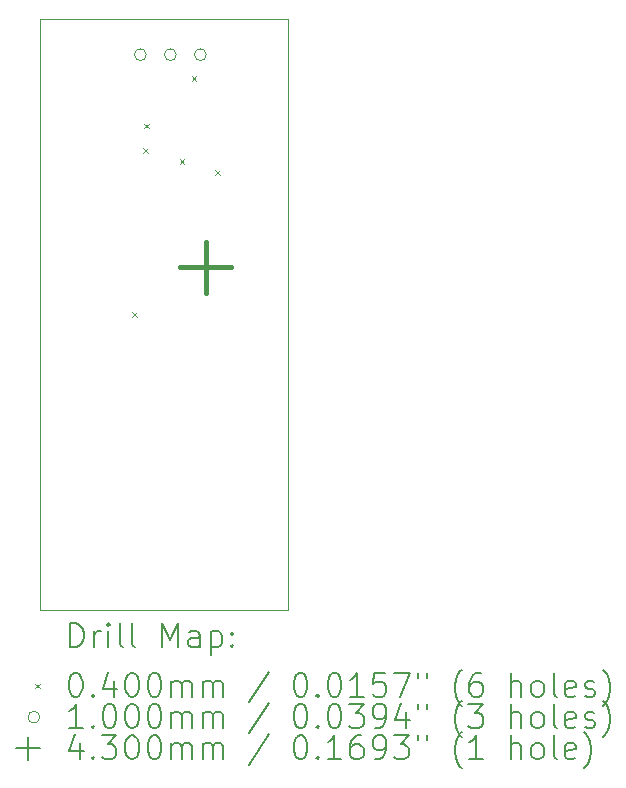
<source format=gbr>
%TF.GenerationSoftware,KiCad,Pcbnew,(6.0.8)*%
%TF.CreationDate,2023-05-16T00:54:07+01:00*%
%TF.ProjectId,photodiode,70686f74-6f64-4696-9f64-652e6b696361,rev?*%
%TF.SameCoordinates,Original*%
%TF.FileFunction,Drillmap*%
%TF.FilePolarity,Positive*%
%FSLAX45Y45*%
G04 Gerber Fmt 4.5, Leading zero omitted, Abs format (unit mm)*
G04 Created by KiCad (PCBNEW (6.0.8)) date 2023-05-16 00:54:07*
%MOMM*%
%LPD*%
G01*
G04 APERTURE LIST*
%ADD10C,0.100000*%
%ADD11C,0.200000*%
%ADD12C,0.040000*%
%ADD13C,0.430000*%
G04 APERTURE END LIST*
D10*
X13900000Y-12200000D02*
X11800000Y-12200000D01*
X11800000Y-12200000D02*
X11800000Y-7200000D01*
X13900000Y-7200000D02*
X13900000Y-12200000D01*
X11800000Y-7200000D02*
X13900000Y-7200000D01*
D11*
D12*
X12580000Y-9680000D02*
X12620000Y-9720000D01*
X12620000Y-9680000D02*
X12580000Y-9720000D01*
X12670000Y-8292500D02*
X12710000Y-8332500D01*
X12710000Y-8292500D02*
X12670000Y-8332500D01*
X12680000Y-8082500D02*
X12720000Y-8122500D01*
X12720000Y-8082500D02*
X12680000Y-8122500D01*
X12980000Y-8382500D02*
X13020000Y-8422500D01*
X13020000Y-8382500D02*
X12980000Y-8422500D01*
X13081250Y-7681250D02*
X13121250Y-7721250D01*
X13121250Y-7681250D02*
X13081250Y-7721250D01*
X13280000Y-8480000D02*
X13320000Y-8520000D01*
X13320000Y-8480000D02*
X13280000Y-8520000D01*
D10*
X12697500Y-7500000D02*
G75*
G03*
X12697500Y-7500000I-50000J0D01*
G01*
X12951500Y-7500000D02*
G75*
G03*
X12951500Y-7500000I-50000J0D01*
G01*
X13205500Y-7500000D02*
G75*
G03*
X13205500Y-7500000I-50000J0D01*
G01*
D13*
X13200000Y-9085000D02*
X13200000Y-9515000D01*
X12985000Y-9300000D02*
X13415000Y-9300000D01*
D11*
X12052619Y-12515476D02*
X12052619Y-12315476D01*
X12100238Y-12315476D01*
X12128809Y-12325000D01*
X12147857Y-12344048D01*
X12157381Y-12363095D01*
X12166905Y-12401190D01*
X12166905Y-12429762D01*
X12157381Y-12467857D01*
X12147857Y-12486905D01*
X12128809Y-12505952D01*
X12100238Y-12515476D01*
X12052619Y-12515476D01*
X12252619Y-12515476D02*
X12252619Y-12382143D01*
X12252619Y-12420238D02*
X12262143Y-12401190D01*
X12271667Y-12391667D01*
X12290714Y-12382143D01*
X12309762Y-12382143D01*
X12376428Y-12515476D02*
X12376428Y-12382143D01*
X12376428Y-12315476D02*
X12366905Y-12325000D01*
X12376428Y-12334524D01*
X12385952Y-12325000D01*
X12376428Y-12315476D01*
X12376428Y-12334524D01*
X12500238Y-12515476D02*
X12481190Y-12505952D01*
X12471667Y-12486905D01*
X12471667Y-12315476D01*
X12605000Y-12515476D02*
X12585952Y-12505952D01*
X12576428Y-12486905D01*
X12576428Y-12315476D01*
X12833571Y-12515476D02*
X12833571Y-12315476D01*
X12900238Y-12458333D01*
X12966905Y-12315476D01*
X12966905Y-12515476D01*
X13147857Y-12515476D02*
X13147857Y-12410714D01*
X13138333Y-12391667D01*
X13119286Y-12382143D01*
X13081190Y-12382143D01*
X13062143Y-12391667D01*
X13147857Y-12505952D02*
X13128809Y-12515476D01*
X13081190Y-12515476D01*
X13062143Y-12505952D01*
X13052619Y-12486905D01*
X13052619Y-12467857D01*
X13062143Y-12448809D01*
X13081190Y-12439286D01*
X13128809Y-12439286D01*
X13147857Y-12429762D01*
X13243095Y-12382143D02*
X13243095Y-12582143D01*
X13243095Y-12391667D02*
X13262143Y-12382143D01*
X13300238Y-12382143D01*
X13319286Y-12391667D01*
X13328809Y-12401190D01*
X13338333Y-12420238D01*
X13338333Y-12477381D01*
X13328809Y-12496428D01*
X13319286Y-12505952D01*
X13300238Y-12515476D01*
X13262143Y-12515476D01*
X13243095Y-12505952D01*
X13424048Y-12496428D02*
X13433571Y-12505952D01*
X13424048Y-12515476D01*
X13414524Y-12505952D01*
X13424048Y-12496428D01*
X13424048Y-12515476D01*
X13424048Y-12391667D02*
X13433571Y-12401190D01*
X13424048Y-12410714D01*
X13414524Y-12401190D01*
X13424048Y-12391667D01*
X13424048Y-12410714D01*
D12*
X11755000Y-12825000D02*
X11795000Y-12865000D01*
X11795000Y-12825000D02*
X11755000Y-12865000D01*
D11*
X12090714Y-12735476D02*
X12109762Y-12735476D01*
X12128809Y-12745000D01*
X12138333Y-12754524D01*
X12147857Y-12773571D01*
X12157381Y-12811667D01*
X12157381Y-12859286D01*
X12147857Y-12897381D01*
X12138333Y-12916428D01*
X12128809Y-12925952D01*
X12109762Y-12935476D01*
X12090714Y-12935476D01*
X12071667Y-12925952D01*
X12062143Y-12916428D01*
X12052619Y-12897381D01*
X12043095Y-12859286D01*
X12043095Y-12811667D01*
X12052619Y-12773571D01*
X12062143Y-12754524D01*
X12071667Y-12745000D01*
X12090714Y-12735476D01*
X12243095Y-12916428D02*
X12252619Y-12925952D01*
X12243095Y-12935476D01*
X12233571Y-12925952D01*
X12243095Y-12916428D01*
X12243095Y-12935476D01*
X12424048Y-12802143D02*
X12424048Y-12935476D01*
X12376428Y-12725952D02*
X12328809Y-12868809D01*
X12452619Y-12868809D01*
X12566905Y-12735476D02*
X12585952Y-12735476D01*
X12605000Y-12745000D01*
X12614524Y-12754524D01*
X12624048Y-12773571D01*
X12633571Y-12811667D01*
X12633571Y-12859286D01*
X12624048Y-12897381D01*
X12614524Y-12916428D01*
X12605000Y-12925952D01*
X12585952Y-12935476D01*
X12566905Y-12935476D01*
X12547857Y-12925952D01*
X12538333Y-12916428D01*
X12528809Y-12897381D01*
X12519286Y-12859286D01*
X12519286Y-12811667D01*
X12528809Y-12773571D01*
X12538333Y-12754524D01*
X12547857Y-12745000D01*
X12566905Y-12735476D01*
X12757381Y-12735476D02*
X12776428Y-12735476D01*
X12795476Y-12745000D01*
X12805000Y-12754524D01*
X12814524Y-12773571D01*
X12824048Y-12811667D01*
X12824048Y-12859286D01*
X12814524Y-12897381D01*
X12805000Y-12916428D01*
X12795476Y-12925952D01*
X12776428Y-12935476D01*
X12757381Y-12935476D01*
X12738333Y-12925952D01*
X12728809Y-12916428D01*
X12719286Y-12897381D01*
X12709762Y-12859286D01*
X12709762Y-12811667D01*
X12719286Y-12773571D01*
X12728809Y-12754524D01*
X12738333Y-12745000D01*
X12757381Y-12735476D01*
X12909762Y-12935476D02*
X12909762Y-12802143D01*
X12909762Y-12821190D02*
X12919286Y-12811667D01*
X12938333Y-12802143D01*
X12966905Y-12802143D01*
X12985952Y-12811667D01*
X12995476Y-12830714D01*
X12995476Y-12935476D01*
X12995476Y-12830714D02*
X13005000Y-12811667D01*
X13024048Y-12802143D01*
X13052619Y-12802143D01*
X13071667Y-12811667D01*
X13081190Y-12830714D01*
X13081190Y-12935476D01*
X13176428Y-12935476D02*
X13176428Y-12802143D01*
X13176428Y-12821190D02*
X13185952Y-12811667D01*
X13205000Y-12802143D01*
X13233571Y-12802143D01*
X13252619Y-12811667D01*
X13262143Y-12830714D01*
X13262143Y-12935476D01*
X13262143Y-12830714D02*
X13271667Y-12811667D01*
X13290714Y-12802143D01*
X13319286Y-12802143D01*
X13338333Y-12811667D01*
X13347857Y-12830714D01*
X13347857Y-12935476D01*
X13738333Y-12725952D02*
X13566905Y-12983095D01*
X13995476Y-12735476D02*
X14014524Y-12735476D01*
X14033571Y-12745000D01*
X14043095Y-12754524D01*
X14052619Y-12773571D01*
X14062143Y-12811667D01*
X14062143Y-12859286D01*
X14052619Y-12897381D01*
X14043095Y-12916428D01*
X14033571Y-12925952D01*
X14014524Y-12935476D01*
X13995476Y-12935476D01*
X13976428Y-12925952D01*
X13966905Y-12916428D01*
X13957381Y-12897381D01*
X13947857Y-12859286D01*
X13947857Y-12811667D01*
X13957381Y-12773571D01*
X13966905Y-12754524D01*
X13976428Y-12745000D01*
X13995476Y-12735476D01*
X14147857Y-12916428D02*
X14157381Y-12925952D01*
X14147857Y-12935476D01*
X14138333Y-12925952D01*
X14147857Y-12916428D01*
X14147857Y-12935476D01*
X14281190Y-12735476D02*
X14300238Y-12735476D01*
X14319286Y-12745000D01*
X14328809Y-12754524D01*
X14338333Y-12773571D01*
X14347857Y-12811667D01*
X14347857Y-12859286D01*
X14338333Y-12897381D01*
X14328809Y-12916428D01*
X14319286Y-12925952D01*
X14300238Y-12935476D01*
X14281190Y-12935476D01*
X14262143Y-12925952D01*
X14252619Y-12916428D01*
X14243095Y-12897381D01*
X14233571Y-12859286D01*
X14233571Y-12811667D01*
X14243095Y-12773571D01*
X14252619Y-12754524D01*
X14262143Y-12745000D01*
X14281190Y-12735476D01*
X14538333Y-12935476D02*
X14424048Y-12935476D01*
X14481190Y-12935476D02*
X14481190Y-12735476D01*
X14462143Y-12764048D01*
X14443095Y-12783095D01*
X14424048Y-12792619D01*
X14719286Y-12735476D02*
X14624048Y-12735476D01*
X14614524Y-12830714D01*
X14624048Y-12821190D01*
X14643095Y-12811667D01*
X14690714Y-12811667D01*
X14709762Y-12821190D01*
X14719286Y-12830714D01*
X14728809Y-12849762D01*
X14728809Y-12897381D01*
X14719286Y-12916428D01*
X14709762Y-12925952D01*
X14690714Y-12935476D01*
X14643095Y-12935476D01*
X14624048Y-12925952D01*
X14614524Y-12916428D01*
X14795476Y-12735476D02*
X14928809Y-12735476D01*
X14843095Y-12935476D01*
X14995476Y-12735476D02*
X14995476Y-12773571D01*
X15071667Y-12735476D02*
X15071667Y-12773571D01*
X15366905Y-13011667D02*
X15357381Y-13002143D01*
X15338333Y-12973571D01*
X15328809Y-12954524D01*
X15319286Y-12925952D01*
X15309762Y-12878333D01*
X15309762Y-12840238D01*
X15319286Y-12792619D01*
X15328809Y-12764048D01*
X15338333Y-12745000D01*
X15357381Y-12716428D01*
X15366905Y-12706905D01*
X15528809Y-12735476D02*
X15490714Y-12735476D01*
X15471667Y-12745000D01*
X15462143Y-12754524D01*
X15443095Y-12783095D01*
X15433571Y-12821190D01*
X15433571Y-12897381D01*
X15443095Y-12916428D01*
X15452619Y-12925952D01*
X15471667Y-12935476D01*
X15509762Y-12935476D01*
X15528809Y-12925952D01*
X15538333Y-12916428D01*
X15547857Y-12897381D01*
X15547857Y-12849762D01*
X15538333Y-12830714D01*
X15528809Y-12821190D01*
X15509762Y-12811667D01*
X15471667Y-12811667D01*
X15452619Y-12821190D01*
X15443095Y-12830714D01*
X15433571Y-12849762D01*
X15785952Y-12935476D02*
X15785952Y-12735476D01*
X15871667Y-12935476D02*
X15871667Y-12830714D01*
X15862143Y-12811667D01*
X15843095Y-12802143D01*
X15814524Y-12802143D01*
X15795476Y-12811667D01*
X15785952Y-12821190D01*
X15995476Y-12935476D02*
X15976428Y-12925952D01*
X15966905Y-12916428D01*
X15957381Y-12897381D01*
X15957381Y-12840238D01*
X15966905Y-12821190D01*
X15976428Y-12811667D01*
X15995476Y-12802143D01*
X16024048Y-12802143D01*
X16043095Y-12811667D01*
X16052619Y-12821190D01*
X16062143Y-12840238D01*
X16062143Y-12897381D01*
X16052619Y-12916428D01*
X16043095Y-12925952D01*
X16024048Y-12935476D01*
X15995476Y-12935476D01*
X16176428Y-12935476D02*
X16157381Y-12925952D01*
X16147857Y-12906905D01*
X16147857Y-12735476D01*
X16328809Y-12925952D02*
X16309762Y-12935476D01*
X16271667Y-12935476D01*
X16252619Y-12925952D01*
X16243095Y-12906905D01*
X16243095Y-12830714D01*
X16252619Y-12811667D01*
X16271667Y-12802143D01*
X16309762Y-12802143D01*
X16328809Y-12811667D01*
X16338333Y-12830714D01*
X16338333Y-12849762D01*
X16243095Y-12868809D01*
X16414524Y-12925952D02*
X16433571Y-12935476D01*
X16471667Y-12935476D01*
X16490714Y-12925952D01*
X16500238Y-12906905D01*
X16500238Y-12897381D01*
X16490714Y-12878333D01*
X16471667Y-12868809D01*
X16443095Y-12868809D01*
X16424048Y-12859286D01*
X16414524Y-12840238D01*
X16414524Y-12830714D01*
X16424048Y-12811667D01*
X16443095Y-12802143D01*
X16471667Y-12802143D01*
X16490714Y-12811667D01*
X16566905Y-13011667D02*
X16576428Y-13002143D01*
X16595476Y-12973571D01*
X16605000Y-12954524D01*
X16614524Y-12925952D01*
X16624048Y-12878333D01*
X16624048Y-12840238D01*
X16614524Y-12792619D01*
X16605000Y-12764048D01*
X16595476Y-12745000D01*
X16576428Y-12716428D01*
X16566905Y-12706905D01*
D10*
X11795000Y-13109000D02*
G75*
G03*
X11795000Y-13109000I-50000J0D01*
G01*
D11*
X12157381Y-13199476D02*
X12043095Y-13199476D01*
X12100238Y-13199476D02*
X12100238Y-12999476D01*
X12081190Y-13028048D01*
X12062143Y-13047095D01*
X12043095Y-13056619D01*
X12243095Y-13180428D02*
X12252619Y-13189952D01*
X12243095Y-13199476D01*
X12233571Y-13189952D01*
X12243095Y-13180428D01*
X12243095Y-13199476D01*
X12376428Y-12999476D02*
X12395476Y-12999476D01*
X12414524Y-13009000D01*
X12424048Y-13018524D01*
X12433571Y-13037571D01*
X12443095Y-13075667D01*
X12443095Y-13123286D01*
X12433571Y-13161381D01*
X12424048Y-13180428D01*
X12414524Y-13189952D01*
X12395476Y-13199476D01*
X12376428Y-13199476D01*
X12357381Y-13189952D01*
X12347857Y-13180428D01*
X12338333Y-13161381D01*
X12328809Y-13123286D01*
X12328809Y-13075667D01*
X12338333Y-13037571D01*
X12347857Y-13018524D01*
X12357381Y-13009000D01*
X12376428Y-12999476D01*
X12566905Y-12999476D02*
X12585952Y-12999476D01*
X12605000Y-13009000D01*
X12614524Y-13018524D01*
X12624048Y-13037571D01*
X12633571Y-13075667D01*
X12633571Y-13123286D01*
X12624048Y-13161381D01*
X12614524Y-13180428D01*
X12605000Y-13189952D01*
X12585952Y-13199476D01*
X12566905Y-13199476D01*
X12547857Y-13189952D01*
X12538333Y-13180428D01*
X12528809Y-13161381D01*
X12519286Y-13123286D01*
X12519286Y-13075667D01*
X12528809Y-13037571D01*
X12538333Y-13018524D01*
X12547857Y-13009000D01*
X12566905Y-12999476D01*
X12757381Y-12999476D02*
X12776428Y-12999476D01*
X12795476Y-13009000D01*
X12805000Y-13018524D01*
X12814524Y-13037571D01*
X12824048Y-13075667D01*
X12824048Y-13123286D01*
X12814524Y-13161381D01*
X12805000Y-13180428D01*
X12795476Y-13189952D01*
X12776428Y-13199476D01*
X12757381Y-13199476D01*
X12738333Y-13189952D01*
X12728809Y-13180428D01*
X12719286Y-13161381D01*
X12709762Y-13123286D01*
X12709762Y-13075667D01*
X12719286Y-13037571D01*
X12728809Y-13018524D01*
X12738333Y-13009000D01*
X12757381Y-12999476D01*
X12909762Y-13199476D02*
X12909762Y-13066143D01*
X12909762Y-13085190D02*
X12919286Y-13075667D01*
X12938333Y-13066143D01*
X12966905Y-13066143D01*
X12985952Y-13075667D01*
X12995476Y-13094714D01*
X12995476Y-13199476D01*
X12995476Y-13094714D02*
X13005000Y-13075667D01*
X13024048Y-13066143D01*
X13052619Y-13066143D01*
X13071667Y-13075667D01*
X13081190Y-13094714D01*
X13081190Y-13199476D01*
X13176428Y-13199476D02*
X13176428Y-13066143D01*
X13176428Y-13085190D02*
X13185952Y-13075667D01*
X13205000Y-13066143D01*
X13233571Y-13066143D01*
X13252619Y-13075667D01*
X13262143Y-13094714D01*
X13262143Y-13199476D01*
X13262143Y-13094714D02*
X13271667Y-13075667D01*
X13290714Y-13066143D01*
X13319286Y-13066143D01*
X13338333Y-13075667D01*
X13347857Y-13094714D01*
X13347857Y-13199476D01*
X13738333Y-12989952D02*
X13566905Y-13247095D01*
X13995476Y-12999476D02*
X14014524Y-12999476D01*
X14033571Y-13009000D01*
X14043095Y-13018524D01*
X14052619Y-13037571D01*
X14062143Y-13075667D01*
X14062143Y-13123286D01*
X14052619Y-13161381D01*
X14043095Y-13180428D01*
X14033571Y-13189952D01*
X14014524Y-13199476D01*
X13995476Y-13199476D01*
X13976428Y-13189952D01*
X13966905Y-13180428D01*
X13957381Y-13161381D01*
X13947857Y-13123286D01*
X13947857Y-13075667D01*
X13957381Y-13037571D01*
X13966905Y-13018524D01*
X13976428Y-13009000D01*
X13995476Y-12999476D01*
X14147857Y-13180428D02*
X14157381Y-13189952D01*
X14147857Y-13199476D01*
X14138333Y-13189952D01*
X14147857Y-13180428D01*
X14147857Y-13199476D01*
X14281190Y-12999476D02*
X14300238Y-12999476D01*
X14319286Y-13009000D01*
X14328809Y-13018524D01*
X14338333Y-13037571D01*
X14347857Y-13075667D01*
X14347857Y-13123286D01*
X14338333Y-13161381D01*
X14328809Y-13180428D01*
X14319286Y-13189952D01*
X14300238Y-13199476D01*
X14281190Y-13199476D01*
X14262143Y-13189952D01*
X14252619Y-13180428D01*
X14243095Y-13161381D01*
X14233571Y-13123286D01*
X14233571Y-13075667D01*
X14243095Y-13037571D01*
X14252619Y-13018524D01*
X14262143Y-13009000D01*
X14281190Y-12999476D01*
X14414524Y-12999476D02*
X14538333Y-12999476D01*
X14471667Y-13075667D01*
X14500238Y-13075667D01*
X14519286Y-13085190D01*
X14528809Y-13094714D01*
X14538333Y-13113762D01*
X14538333Y-13161381D01*
X14528809Y-13180428D01*
X14519286Y-13189952D01*
X14500238Y-13199476D01*
X14443095Y-13199476D01*
X14424048Y-13189952D01*
X14414524Y-13180428D01*
X14633571Y-13199476D02*
X14671667Y-13199476D01*
X14690714Y-13189952D01*
X14700238Y-13180428D01*
X14719286Y-13151857D01*
X14728809Y-13113762D01*
X14728809Y-13037571D01*
X14719286Y-13018524D01*
X14709762Y-13009000D01*
X14690714Y-12999476D01*
X14652619Y-12999476D01*
X14633571Y-13009000D01*
X14624048Y-13018524D01*
X14614524Y-13037571D01*
X14614524Y-13085190D01*
X14624048Y-13104238D01*
X14633571Y-13113762D01*
X14652619Y-13123286D01*
X14690714Y-13123286D01*
X14709762Y-13113762D01*
X14719286Y-13104238D01*
X14728809Y-13085190D01*
X14900238Y-13066143D02*
X14900238Y-13199476D01*
X14852619Y-12989952D02*
X14805000Y-13132809D01*
X14928809Y-13132809D01*
X14995476Y-12999476D02*
X14995476Y-13037571D01*
X15071667Y-12999476D02*
X15071667Y-13037571D01*
X15366905Y-13275667D02*
X15357381Y-13266143D01*
X15338333Y-13237571D01*
X15328809Y-13218524D01*
X15319286Y-13189952D01*
X15309762Y-13142333D01*
X15309762Y-13104238D01*
X15319286Y-13056619D01*
X15328809Y-13028048D01*
X15338333Y-13009000D01*
X15357381Y-12980428D01*
X15366905Y-12970905D01*
X15424048Y-12999476D02*
X15547857Y-12999476D01*
X15481190Y-13075667D01*
X15509762Y-13075667D01*
X15528809Y-13085190D01*
X15538333Y-13094714D01*
X15547857Y-13113762D01*
X15547857Y-13161381D01*
X15538333Y-13180428D01*
X15528809Y-13189952D01*
X15509762Y-13199476D01*
X15452619Y-13199476D01*
X15433571Y-13189952D01*
X15424048Y-13180428D01*
X15785952Y-13199476D02*
X15785952Y-12999476D01*
X15871667Y-13199476D02*
X15871667Y-13094714D01*
X15862143Y-13075667D01*
X15843095Y-13066143D01*
X15814524Y-13066143D01*
X15795476Y-13075667D01*
X15785952Y-13085190D01*
X15995476Y-13199476D02*
X15976428Y-13189952D01*
X15966905Y-13180428D01*
X15957381Y-13161381D01*
X15957381Y-13104238D01*
X15966905Y-13085190D01*
X15976428Y-13075667D01*
X15995476Y-13066143D01*
X16024048Y-13066143D01*
X16043095Y-13075667D01*
X16052619Y-13085190D01*
X16062143Y-13104238D01*
X16062143Y-13161381D01*
X16052619Y-13180428D01*
X16043095Y-13189952D01*
X16024048Y-13199476D01*
X15995476Y-13199476D01*
X16176428Y-13199476D02*
X16157381Y-13189952D01*
X16147857Y-13170905D01*
X16147857Y-12999476D01*
X16328809Y-13189952D02*
X16309762Y-13199476D01*
X16271667Y-13199476D01*
X16252619Y-13189952D01*
X16243095Y-13170905D01*
X16243095Y-13094714D01*
X16252619Y-13075667D01*
X16271667Y-13066143D01*
X16309762Y-13066143D01*
X16328809Y-13075667D01*
X16338333Y-13094714D01*
X16338333Y-13113762D01*
X16243095Y-13132809D01*
X16414524Y-13189952D02*
X16433571Y-13199476D01*
X16471667Y-13199476D01*
X16490714Y-13189952D01*
X16500238Y-13170905D01*
X16500238Y-13161381D01*
X16490714Y-13142333D01*
X16471667Y-13132809D01*
X16443095Y-13132809D01*
X16424048Y-13123286D01*
X16414524Y-13104238D01*
X16414524Y-13094714D01*
X16424048Y-13075667D01*
X16443095Y-13066143D01*
X16471667Y-13066143D01*
X16490714Y-13075667D01*
X16566905Y-13275667D02*
X16576428Y-13266143D01*
X16595476Y-13237571D01*
X16605000Y-13218524D01*
X16614524Y-13189952D01*
X16624048Y-13142333D01*
X16624048Y-13104238D01*
X16614524Y-13056619D01*
X16605000Y-13028048D01*
X16595476Y-13009000D01*
X16576428Y-12980428D01*
X16566905Y-12970905D01*
X11695000Y-13273000D02*
X11695000Y-13473000D01*
X11595000Y-13373000D02*
X11795000Y-13373000D01*
X12138333Y-13330143D02*
X12138333Y-13463476D01*
X12090714Y-13253952D02*
X12043095Y-13396809D01*
X12166905Y-13396809D01*
X12243095Y-13444428D02*
X12252619Y-13453952D01*
X12243095Y-13463476D01*
X12233571Y-13453952D01*
X12243095Y-13444428D01*
X12243095Y-13463476D01*
X12319286Y-13263476D02*
X12443095Y-13263476D01*
X12376428Y-13339667D01*
X12405000Y-13339667D01*
X12424048Y-13349190D01*
X12433571Y-13358714D01*
X12443095Y-13377762D01*
X12443095Y-13425381D01*
X12433571Y-13444428D01*
X12424048Y-13453952D01*
X12405000Y-13463476D01*
X12347857Y-13463476D01*
X12328809Y-13453952D01*
X12319286Y-13444428D01*
X12566905Y-13263476D02*
X12585952Y-13263476D01*
X12605000Y-13273000D01*
X12614524Y-13282524D01*
X12624048Y-13301571D01*
X12633571Y-13339667D01*
X12633571Y-13387286D01*
X12624048Y-13425381D01*
X12614524Y-13444428D01*
X12605000Y-13453952D01*
X12585952Y-13463476D01*
X12566905Y-13463476D01*
X12547857Y-13453952D01*
X12538333Y-13444428D01*
X12528809Y-13425381D01*
X12519286Y-13387286D01*
X12519286Y-13339667D01*
X12528809Y-13301571D01*
X12538333Y-13282524D01*
X12547857Y-13273000D01*
X12566905Y-13263476D01*
X12757381Y-13263476D02*
X12776428Y-13263476D01*
X12795476Y-13273000D01*
X12805000Y-13282524D01*
X12814524Y-13301571D01*
X12824048Y-13339667D01*
X12824048Y-13387286D01*
X12814524Y-13425381D01*
X12805000Y-13444428D01*
X12795476Y-13453952D01*
X12776428Y-13463476D01*
X12757381Y-13463476D01*
X12738333Y-13453952D01*
X12728809Y-13444428D01*
X12719286Y-13425381D01*
X12709762Y-13387286D01*
X12709762Y-13339667D01*
X12719286Y-13301571D01*
X12728809Y-13282524D01*
X12738333Y-13273000D01*
X12757381Y-13263476D01*
X12909762Y-13463476D02*
X12909762Y-13330143D01*
X12909762Y-13349190D02*
X12919286Y-13339667D01*
X12938333Y-13330143D01*
X12966905Y-13330143D01*
X12985952Y-13339667D01*
X12995476Y-13358714D01*
X12995476Y-13463476D01*
X12995476Y-13358714D02*
X13005000Y-13339667D01*
X13024048Y-13330143D01*
X13052619Y-13330143D01*
X13071667Y-13339667D01*
X13081190Y-13358714D01*
X13081190Y-13463476D01*
X13176428Y-13463476D02*
X13176428Y-13330143D01*
X13176428Y-13349190D02*
X13185952Y-13339667D01*
X13205000Y-13330143D01*
X13233571Y-13330143D01*
X13252619Y-13339667D01*
X13262143Y-13358714D01*
X13262143Y-13463476D01*
X13262143Y-13358714D02*
X13271667Y-13339667D01*
X13290714Y-13330143D01*
X13319286Y-13330143D01*
X13338333Y-13339667D01*
X13347857Y-13358714D01*
X13347857Y-13463476D01*
X13738333Y-13253952D02*
X13566905Y-13511095D01*
X13995476Y-13263476D02*
X14014524Y-13263476D01*
X14033571Y-13273000D01*
X14043095Y-13282524D01*
X14052619Y-13301571D01*
X14062143Y-13339667D01*
X14062143Y-13387286D01*
X14052619Y-13425381D01*
X14043095Y-13444428D01*
X14033571Y-13453952D01*
X14014524Y-13463476D01*
X13995476Y-13463476D01*
X13976428Y-13453952D01*
X13966905Y-13444428D01*
X13957381Y-13425381D01*
X13947857Y-13387286D01*
X13947857Y-13339667D01*
X13957381Y-13301571D01*
X13966905Y-13282524D01*
X13976428Y-13273000D01*
X13995476Y-13263476D01*
X14147857Y-13444428D02*
X14157381Y-13453952D01*
X14147857Y-13463476D01*
X14138333Y-13453952D01*
X14147857Y-13444428D01*
X14147857Y-13463476D01*
X14347857Y-13463476D02*
X14233571Y-13463476D01*
X14290714Y-13463476D02*
X14290714Y-13263476D01*
X14271667Y-13292048D01*
X14252619Y-13311095D01*
X14233571Y-13320619D01*
X14519286Y-13263476D02*
X14481190Y-13263476D01*
X14462143Y-13273000D01*
X14452619Y-13282524D01*
X14433571Y-13311095D01*
X14424048Y-13349190D01*
X14424048Y-13425381D01*
X14433571Y-13444428D01*
X14443095Y-13453952D01*
X14462143Y-13463476D01*
X14500238Y-13463476D01*
X14519286Y-13453952D01*
X14528809Y-13444428D01*
X14538333Y-13425381D01*
X14538333Y-13377762D01*
X14528809Y-13358714D01*
X14519286Y-13349190D01*
X14500238Y-13339667D01*
X14462143Y-13339667D01*
X14443095Y-13349190D01*
X14433571Y-13358714D01*
X14424048Y-13377762D01*
X14633571Y-13463476D02*
X14671667Y-13463476D01*
X14690714Y-13453952D01*
X14700238Y-13444428D01*
X14719286Y-13415857D01*
X14728809Y-13377762D01*
X14728809Y-13301571D01*
X14719286Y-13282524D01*
X14709762Y-13273000D01*
X14690714Y-13263476D01*
X14652619Y-13263476D01*
X14633571Y-13273000D01*
X14624048Y-13282524D01*
X14614524Y-13301571D01*
X14614524Y-13349190D01*
X14624048Y-13368238D01*
X14633571Y-13377762D01*
X14652619Y-13387286D01*
X14690714Y-13387286D01*
X14709762Y-13377762D01*
X14719286Y-13368238D01*
X14728809Y-13349190D01*
X14795476Y-13263476D02*
X14919286Y-13263476D01*
X14852619Y-13339667D01*
X14881190Y-13339667D01*
X14900238Y-13349190D01*
X14909762Y-13358714D01*
X14919286Y-13377762D01*
X14919286Y-13425381D01*
X14909762Y-13444428D01*
X14900238Y-13453952D01*
X14881190Y-13463476D01*
X14824048Y-13463476D01*
X14805000Y-13453952D01*
X14795476Y-13444428D01*
X14995476Y-13263476D02*
X14995476Y-13301571D01*
X15071667Y-13263476D02*
X15071667Y-13301571D01*
X15366905Y-13539667D02*
X15357381Y-13530143D01*
X15338333Y-13501571D01*
X15328809Y-13482524D01*
X15319286Y-13453952D01*
X15309762Y-13406333D01*
X15309762Y-13368238D01*
X15319286Y-13320619D01*
X15328809Y-13292048D01*
X15338333Y-13273000D01*
X15357381Y-13244428D01*
X15366905Y-13234905D01*
X15547857Y-13463476D02*
X15433571Y-13463476D01*
X15490714Y-13463476D02*
X15490714Y-13263476D01*
X15471667Y-13292048D01*
X15452619Y-13311095D01*
X15433571Y-13320619D01*
X15785952Y-13463476D02*
X15785952Y-13263476D01*
X15871667Y-13463476D02*
X15871667Y-13358714D01*
X15862143Y-13339667D01*
X15843095Y-13330143D01*
X15814524Y-13330143D01*
X15795476Y-13339667D01*
X15785952Y-13349190D01*
X15995476Y-13463476D02*
X15976428Y-13453952D01*
X15966905Y-13444428D01*
X15957381Y-13425381D01*
X15957381Y-13368238D01*
X15966905Y-13349190D01*
X15976428Y-13339667D01*
X15995476Y-13330143D01*
X16024048Y-13330143D01*
X16043095Y-13339667D01*
X16052619Y-13349190D01*
X16062143Y-13368238D01*
X16062143Y-13425381D01*
X16052619Y-13444428D01*
X16043095Y-13453952D01*
X16024048Y-13463476D01*
X15995476Y-13463476D01*
X16176428Y-13463476D02*
X16157381Y-13453952D01*
X16147857Y-13434905D01*
X16147857Y-13263476D01*
X16328809Y-13453952D02*
X16309762Y-13463476D01*
X16271667Y-13463476D01*
X16252619Y-13453952D01*
X16243095Y-13434905D01*
X16243095Y-13358714D01*
X16252619Y-13339667D01*
X16271667Y-13330143D01*
X16309762Y-13330143D01*
X16328809Y-13339667D01*
X16338333Y-13358714D01*
X16338333Y-13377762D01*
X16243095Y-13396809D01*
X16405000Y-13539667D02*
X16414524Y-13530143D01*
X16433571Y-13501571D01*
X16443095Y-13482524D01*
X16452619Y-13453952D01*
X16462143Y-13406333D01*
X16462143Y-13368238D01*
X16452619Y-13320619D01*
X16443095Y-13292048D01*
X16433571Y-13273000D01*
X16414524Y-13244428D01*
X16405000Y-13234905D01*
M02*

</source>
